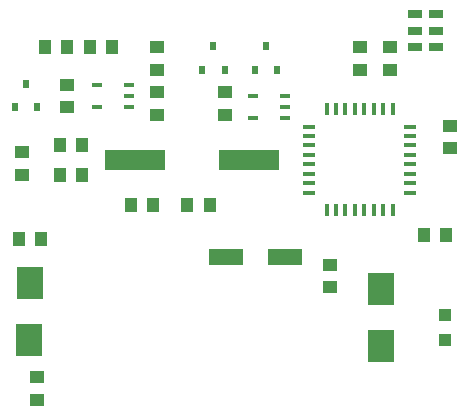
<source format=gbr>
%TF.GenerationSoftware,KiCad,Pcbnew,(5.1.10)-1*%
%TF.CreationDate,2021-07-19T16:15:12+01:00*%
%TF.ProjectId,WindSensorATMEGA328_PCB,57696e64-5365-46e7-936f-7241544d4547,rev?*%
%TF.SameCoordinates,PX5734380PY7df6180*%
%TF.FileFunction,Paste,Top*%
%TF.FilePolarity,Positive*%
%FSLAX46Y46*%
G04 Gerber Fmt 4.6, Leading zero omitted, Abs format (unit mm)*
G04 Created by KiCad (PCBNEW (5.1.10)-1) date 2021-07-19 16:15:12*
%MOMM*%
%LPD*%
G01*
G04 APERTURE LIST*
%ADD10R,1.300000X0.800000*%
%ADD11R,0.358800X1.070000*%
%ADD12R,1.070000X0.358800*%
%ADD13R,1.300000X1.100000*%
%ADD14R,1.100000X1.300000*%
%ADD15R,2.197760X2.800000*%
%ADD16R,5.134000X1.730400*%
%ADD17R,3.000000X1.400000*%
%ADD18R,0.998880X0.998880*%
%ADD19R,0.600100X0.800760*%
%ADD20R,0.600100X0.700000*%
%ADD21R,0.847600X0.397600*%
G04 APERTURE END LIST*
D10*
%TO.C,P3*%
X75211000Y34544000D03*
X76962000Y34544000D03*
X75211000Y33147000D03*
X76962000Y33147000D03*
X75211000Y31750000D03*
X76962000Y31750000D03*
%TD*%
D11*
%TO.C,U4*%
X67685920Y26517600D03*
X68486020Y26517600D03*
X69286120Y26517600D03*
X70086220Y26517600D03*
X70883780Y26517600D03*
X71683880Y26517600D03*
X72483980Y26517600D03*
X73284080Y26517600D03*
D12*
X74777600Y25024080D03*
X74777600Y24223980D03*
X74777600Y23423880D03*
X74777600Y22623780D03*
X74777600Y21826220D03*
X74777600Y21026120D03*
X74777600Y20226020D03*
X74777600Y19425920D03*
D11*
X73284080Y17932400D03*
X72483980Y17932400D03*
X71683880Y17932400D03*
X70883780Y17932400D03*
X70086220Y17932400D03*
X69286120Y17932400D03*
X68486020Y17932400D03*
X67685920Y17932400D03*
D12*
X66192400Y19425920D03*
X66192400Y20226020D03*
X66192400Y21026120D03*
X66192400Y21826220D03*
X66192400Y22623780D03*
X66192400Y23423880D03*
X66192400Y24223980D03*
X66192400Y25024080D03*
%TD*%
D13*
%TO.C,C7*%
X78105000Y23169800D03*
X78105000Y25069800D03*
%TD*%
%TO.C,C8*%
X43180000Y1910000D03*
X43180000Y3810000D03*
%TD*%
D14*
%TO.C,C9*%
X51109800Y18415000D03*
X53009800Y18415000D03*
%TD*%
%TO.C,C10*%
X55880000Y18415000D03*
X57780000Y18415000D03*
%TD*%
D13*
%TO.C,R7*%
X70485000Y29845000D03*
X70485000Y31745000D03*
%TD*%
D15*
%TO.C,SW2*%
X42545000Y11811000D03*
X42519600Y6985000D03*
%TD*%
D16*
%TO.C,Y1*%
X51435000Y22225000D03*
X61087000Y22225000D03*
%TD*%
D13*
%TO.C,C4*%
X59055000Y26035000D03*
X59055000Y27935000D03*
%TD*%
D14*
%TO.C,C5*%
X75895200Y15875000D03*
X77795200Y15875000D03*
%TD*%
D17*
%TO.C,C6*%
X59135000Y13970000D03*
X64135000Y13970000D03*
%TD*%
D18*
%TO.C,D2*%
X77724000Y9083040D03*
X77724000Y6985000D03*
%TD*%
D13*
%TO.C,R4*%
X67945000Y11435000D03*
X67945000Y13335000D03*
%TD*%
D14*
%TO.C,R5*%
X41610200Y15494000D03*
X43510200Y15494000D03*
%TD*%
D13*
%TO.C,R6*%
X73025000Y31745000D03*
X73025000Y29845000D03*
%TD*%
D15*
%TO.C,SW1*%
X72263000Y6477000D03*
X72288400Y11303000D03*
%TD*%
D19*
%TO.C,D3*%
X58105000Y31845000D03*
D20*
X59055000Y29845000D03*
X57155000Y29845000D03*
%TD*%
D19*
%TO.C,D4*%
X42230000Y28670000D03*
D20*
X43180000Y26670000D03*
X41280000Y26670000D03*
%TD*%
D14*
%TO.C,R2*%
X47630000Y31750000D03*
X49530000Y31750000D03*
%TD*%
%TO.C,R3*%
X45720000Y31750000D03*
X43820000Y31750000D03*
%TD*%
D13*
%TO.C,R8*%
X45720000Y28575000D03*
X45720000Y26675000D03*
%TD*%
%TO.C,R9*%
X53340000Y31745000D03*
X53340000Y29845000D03*
%TD*%
%TO.C,R10*%
X53340000Y26040000D03*
X53340000Y27940000D03*
%TD*%
D14*
%TO.C,R11*%
X46985000Y23495000D03*
X45085000Y23495000D03*
%TD*%
D13*
%TO.C,C2*%
X41910000Y22860000D03*
X41910000Y20960000D03*
%TD*%
D14*
%TO.C,C3*%
X46985000Y20955000D03*
X45085000Y20955000D03*
%TD*%
D19*
%TO.C,D1*%
X62550000Y31845000D03*
D20*
X63500000Y29845000D03*
X61600000Y29845000D03*
%TD*%
D21*
%TO.C,U1*%
X64135000Y27620000D03*
X64135000Y26670000D03*
X64135000Y25720000D03*
X61435000Y27620000D03*
X61435000Y25720000D03*
%TD*%
%TO.C,U2*%
X48260000Y26675000D03*
X48260000Y28575000D03*
X50960000Y26675000D03*
X50960000Y27625000D03*
X50960000Y28575000D03*
%TD*%
M02*

</source>
